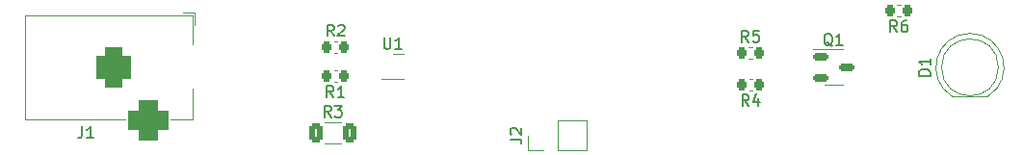
<source format=gbr>
%TF.GenerationSoftware,KiCad,Pcbnew,7.0.10*%
%TF.CreationDate,2024-11-23T20:10:39-08:00*%
%TF.ProjectId,charging-base rev1,63686172-6769-46e6-972d-626173652072,rev?*%
%TF.SameCoordinates,Original*%
%TF.FileFunction,Legend,Top*%
%TF.FilePolarity,Positive*%
%FSLAX46Y46*%
G04 Gerber Fmt 4.6, Leading zero omitted, Abs format (unit mm)*
G04 Created by KiCad (PCBNEW 7.0.10) date 2024-11-23 20:10:39*
%MOMM*%
%LPD*%
G01*
G04 APERTURE LIST*
G04 Aperture macros list*
%AMRoundRect*
0 Rectangle with rounded corners*
0 $1 Rounding radius*
0 $2 $3 $4 $5 $6 $7 $8 $9 X,Y pos of 4 corners*
0 Add a 4 corners polygon primitive as box body*
4,1,4,$2,$3,$4,$5,$6,$7,$8,$9,$2,$3,0*
0 Add four circle primitives for the rounded corners*
1,1,$1+$1,$2,$3*
1,1,$1+$1,$4,$5*
1,1,$1+$1,$6,$7*
1,1,$1+$1,$8,$9*
0 Add four rect primitives between the rounded corners*
20,1,$1+$1,$2,$3,$4,$5,0*
20,1,$1+$1,$4,$5,$6,$7,0*
20,1,$1+$1,$6,$7,$8,$9,0*
20,1,$1+$1,$8,$9,$2,$3,0*%
G04 Aperture macros list end*
%ADD10C,0.150000*%
%ADD11C,0.120000*%
%ADD12RoundRect,0.250000X-0.312500X-0.625000X0.312500X-0.625000X0.312500X0.625000X-0.312500X0.625000X0*%
%ADD13RoundRect,0.225000X0.225000X0.250000X-0.225000X0.250000X-0.225000X-0.250000X0.225000X-0.250000X0*%
%ADD14R,1.700000X1.700000*%
%ADD15O,1.700000X1.700000*%
%ADD16R,3.500000X3.500000*%
%ADD17RoundRect,0.750000X-0.750000X-1.000000X0.750000X-1.000000X0.750000X1.000000X-0.750000X1.000000X0*%
%ADD18RoundRect,0.875000X-0.875000X-0.875000X0.875000X-0.875000X0.875000X0.875000X-0.875000X0.875000X0*%
%ADD19R,1.800000X1.800000*%
%ADD20C,1.800000*%
%ADD21RoundRect,0.225000X-0.225000X-0.250000X0.225000X-0.250000X0.225000X0.250000X-0.225000X0.250000X0*%
%ADD22R,0.500000X0.300000*%
%ADD23R,1.050000X1.750000*%
%ADD24RoundRect,0.150000X-0.512500X-0.150000X0.512500X-0.150000X0.512500X0.150000X-0.512500X0.150000X0*%
G04 APERTURE END LIST*
D10*
X130083333Y-104384819D02*
X129750000Y-103908628D01*
X129511905Y-104384819D02*
X129511905Y-103384819D01*
X129511905Y-103384819D02*
X129892857Y-103384819D01*
X129892857Y-103384819D02*
X129988095Y-103432438D01*
X129988095Y-103432438D02*
X130035714Y-103480057D01*
X130035714Y-103480057D02*
X130083333Y-103575295D01*
X130083333Y-103575295D02*
X130083333Y-103718152D01*
X130083333Y-103718152D02*
X130035714Y-103813390D01*
X130035714Y-103813390D02*
X129988095Y-103861009D01*
X129988095Y-103861009D02*
X129892857Y-103908628D01*
X129892857Y-103908628D02*
X129511905Y-103908628D01*
X130416667Y-103384819D02*
X131035714Y-103384819D01*
X131035714Y-103384819D02*
X130702381Y-103765771D01*
X130702381Y-103765771D02*
X130845238Y-103765771D01*
X130845238Y-103765771D02*
X130940476Y-103813390D01*
X130940476Y-103813390D02*
X130988095Y-103861009D01*
X130988095Y-103861009D02*
X131035714Y-103956247D01*
X131035714Y-103956247D02*
X131035714Y-104194342D01*
X131035714Y-104194342D02*
X130988095Y-104289580D01*
X130988095Y-104289580D02*
X130940476Y-104337200D01*
X130940476Y-104337200D02*
X130845238Y-104384819D01*
X130845238Y-104384819D02*
X130559524Y-104384819D01*
X130559524Y-104384819D02*
X130464286Y-104337200D01*
X130464286Y-104337200D02*
X130416667Y-104289580D01*
X166808333Y-103384819D02*
X166475000Y-102908628D01*
X166236905Y-103384819D02*
X166236905Y-102384819D01*
X166236905Y-102384819D02*
X166617857Y-102384819D01*
X166617857Y-102384819D02*
X166713095Y-102432438D01*
X166713095Y-102432438D02*
X166760714Y-102480057D01*
X166760714Y-102480057D02*
X166808333Y-102575295D01*
X166808333Y-102575295D02*
X166808333Y-102718152D01*
X166808333Y-102718152D02*
X166760714Y-102813390D01*
X166760714Y-102813390D02*
X166713095Y-102861009D01*
X166713095Y-102861009D02*
X166617857Y-102908628D01*
X166617857Y-102908628D02*
X166236905Y-102908628D01*
X167665476Y-102718152D02*
X167665476Y-103384819D01*
X167427381Y-102337200D02*
X167189286Y-103051485D01*
X167189286Y-103051485D02*
X167808333Y-103051485D01*
X145834819Y-106333333D02*
X146549104Y-106333333D01*
X146549104Y-106333333D02*
X146691961Y-106380952D01*
X146691961Y-106380952D02*
X146787200Y-106476190D01*
X146787200Y-106476190D02*
X146834819Y-106619047D01*
X146834819Y-106619047D02*
X146834819Y-106714285D01*
X145930057Y-105904761D02*
X145882438Y-105857142D01*
X145882438Y-105857142D02*
X145834819Y-105761904D01*
X145834819Y-105761904D02*
X145834819Y-105523809D01*
X145834819Y-105523809D02*
X145882438Y-105428571D01*
X145882438Y-105428571D02*
X145930057Y-105380952D01*
X145930057Y-105380952D02*
X146025295Y-105333333D01*
X146025295Y-105333333D02*
X146120533Y-105333333D01*
X146120533Y-105333333D02*
X146263390Y-105380952D01*
X146263390Y-105380952D02*
X146834819Y-105952380D01*
X146834819Y-105952380D02*
X146834819Y-105333333D01*
X130333333Y-97254819D02*
X130000000Y-96778628D01*
X129761905Y-97254819D02*
X129761905Y-96254819D01*
X129761905Y-96254819D02*
X130142857Y-96254819D01*
X130142857Y-96254819D02*
X130238095Y-96302438D01*
X130238095Y-96302438D02*
X130285714Y-96350057D01*
X130285714Y-96350057D02*
X130333333Y-96445295D01*
X130333333Y-96445295D02*
X130333333Y-96588152D01*
X130333333Y-96588152D02*
X130285714Y-96683390D01*
X130285714Y-96683390D02*
X130238095Y-96731009D01*
X130238095Y-96731009D02*
X130142857Y-96778628D01*
X130142857Y-96778628D02*
X129761905Y-96778628D01*
X130714286Y-96350057D02*
X130761905Y-96302438D01*
X130761905Y-96302438D02*
X130857143Y-96254819D01*
X130857143Y-96254819D02*
X131095238Y-96254819D01*
X131095238Y-96254819D02*
X131190476Y-96302438D01*
X131190476Y-96302438D02*
X131238095Y-96350057D01*
X131238095Y-96350057D02*
X131285714Y-96445295D01*
X131285714Y-96445295D02*
X131285714Y-96540533D01*
X131285714Y-96540533D02*
X131238095Y-96683390D01*
X131238095Y-96683390D02*
X130666667Y-97254819D01*
X130666667Y-97254819D02*
X131285714Y-97254819D01*
X108216666Y-105204819D02*
X108216666Y-105919104D01*
X108216666Y-105919104D02*
X108169047Y-106061961D01*
X108169047Y-106061961D02*
X108073809Y-106157200D01*
X108073809Y-106157200D02*
X107930952Y-106204819D01*
X107930952Y-106204819D02*
X107835714Y-106204819D01*
X109216666Y-106204819D02*
X108645238Y-106204819D01*
X108930952Y-106204819D02*
X108930952Y-105204819D01*
X108930952Y-105204819D02*
X108835714Y-105347676D01*
X108835714Y-105347676D02*
X108740476Y-105442914D01*
X108740476Y-105442914D02*
X108645238Y-105490533D01*
X182744819Y-100743093D02*
X181744819Y-100743093D01*
X181744819Y-100743093D02*
X181744819Y-100504998D01*
X181744819Y-100504998D02*
X181792438Y-100362141D01*
X181792438Y-100362141D02*
X181887676Y-100266903D01*
X181887676Y-100266903D02*
X181982914Y-100219284D01*
X181982914Y-100219284D02*
X182173390Y-100171665D01*
X182173390Y-100171665D02*
X182316247Y-100171665D01*
X182316247Y-100171665D02*
X182506723Y-100219284D01*
X182506723Y-100219284D02*
X182601961Y-100266903D01*
X182601961Y-100266903D02*
X182697200Y-100362141D01*
X182697200Y-100362141D02*
X182744819Y-100504998D01*
X182744819Y-100504998D02*
X182744819Y-100743093D01*
X182744819Y-99219284D02*
X182744819Y-99790712D01*
X182744819Y-99504998D02*
X181744819Y-99504998D01*
X181744819Y-99504998D02*
X181887676Y-99600236D01*
X181887676Y-99600236D02*
X181982914Y-99695474D01*
X181982914Y-99695474D02*
X182030533Y-99790712D01*
X179833333Y-96884819D02*
X179500000Y-96408628D01*
X179261905Y-96884819D02*
X179261905Y-95884819D01*
X179261905Y-95884819D02*
X179642857Y-95884819D01*
X179642857Y-95884819D02*
X179738095Y-95932438D01*
X179738095Y-95932438D02*
X179785714Y-95980057D01*
X179785714Y-95980057D02*
X179833333Y-96075295D01*
X179833333Y-96075295D02*
X179833333Y-96218152D01*
X179833333Y-96218152D02*
X179785714Y-96313390D01*
X179785714Y-96313390D02*
X179738095Y-96361009D01*
X179738095Y-96361009D02*
X179642857Y-96408628D01*
X179642857Y-96408628D02*
X179261905Y-96408628D01*
X180690476Y-95884819D02*
X180500000Y-95884819D01*
X180500000Y-95884819D02*
X180404762Y-95932438D01*
X180404762Y-95932438D02*
X180357143Y-95980057D01*
X180357143Y-95980057D02*
X180261905Y-96122914D01*
X180261905Y-96122914D02*
X180214286Y-96313390D01*
X180214286Y-96313390D02*
X180214286Y-96694342D01*
X180214286Y-96694342D02*
X180261905Y-96789580D01*
X180261905Y-96789580D02*
X180309524Y-96837200D01*
X180309524Y-96837200D02*
X180404762Y-96884819D01*
X180404762Y-96884819D02*
X180595238Y-96884819D01*
X180595238Y-96884819D02*
X180690476Y-96837200D01*
X180690476Y-96837200D02*
X180738095Y-96789580D01*
X180738095Y-96789580D02*
X180785714Y-96694342D01*
X180785714Y-96694342D02*
X180785714Y-96456247D01*
X180785714Y-96456247D02*
X180738095Y-96361009D01*
X180738095Y-96361009D02*
X180690476Y-96313390D01*
X180690476Y-96313390D02*
X180595238Y-96265771D01*
X180595238Y-96265771D02*
X180404762Y-96265771D01*
X180404762Y-96265771D02*
X180309524Y-96313390D01*
X180309524Y-96313390D02*
X180261905Y-96361009D01*
X180261905Y-96361009D02*
X180214286Y-96456247D01*
X130308333Y-102634819D02*
X129975000Y-102158628D01*
X129736905Y-102634819D02*
X129736905Y-101634819D01*
X129736905Y-101634819D02*
X130117857Y-101634819D01*
X130117857Y-101634819D02*
X130213095Y-101682438D01*
X130213095Y-101682438D02*
X130260714Y-101730057D01*
X130260714Y-101730057D02*
X130308333Y-101825295D01*
X130308333Y-101825295D02*
X130308333Y-101968152D01*
X130308333Y-101968152D02*
X130260714Y-102063390D01*
X130260714Y-102063390D02*
X130213095Y-102111009D01*
X130213095Y-102111009D02*
X130117857Y-102158628D01*
X130117857Y-102158628D02*
X129736905Y-102158628D01*
X131260714Y-102634819D02*
X130689286Y-102634819D01*
X130975000Y-102634819D02*
X130975000Y-101634819D01*
X130975000Y-101634819D02*
X130879762Y-101777676D01*
X130879762Y-101777676D02*
X130784524Y-101872914D01*
X130784524Y-101872914D02*
X130689286Y-101920533D01*
X166783333Y-97774819D02*
X166450000Y-97298628D01*
X166211905Y-97774819D02*
X166211905Y-96774819D01*
X166211905Y-96774819D02*
X166592857Y-96774819D01*
X166592857Y-96774819D02*
X166688095Y-96822438D01*
X166688095Y-96822438D02*
X166735714Y-96870057D01*
X166735714Y-96870057D02*
X166783333Y-96965295D01*
X166783333Y-96965295D02*
X166783333Y-97108152D01*
X166783333Y-97108152D02*
X166735714Y-97203390D01*
X166735714Y-97203390D02*
X166688095Y-97251009D01*
X166688095Y-97251009D02*
X166592857Y-97298628D01*
X166592857Y-97298628D02*
X166211905Y-97298628D01*
X167688095Y-96774819D02*
X167211905Y-96774819D01*
X167211905Y-96774819D02*
X167164286Y-97251009D01*
X167164286Y-97251009D02*
X167211905Y-97203390D01*
X167211905Y-97203390D02*
X167307143Y-97155771D01*
X167307143Y-97155771D02*
X167545238Y-97155771D01*
X167545238Y-97155771D02*
X167640476Y-97203390D01*
X167640476Y-97203390D02*
X167688095Y-97251009D01*
X167688095Y-97251009D02*
X167735714Y-97346247D01*
X167735714Y-97346247D02*
X167735714Y-97584342D01*
X167735714Y-97584342D02*
X167688095Y-97679580D01*
X167688095Y-97679580D02*
X167640476Y-97727200D01*
X167640476Y-97727200D02*
X167545238Y-97774819D01*
X167545238Y-97774819D02*
X167307143Y-97774819D01*
X167307143Y-97774819D02*
X167211905Y-97727200D01*
X167211905Y-97727200D02*
X167164286Y-97679580D01*
X134738095Y-97392319D02*
X134738095Y-98201842D01*
X134738095Y-98201842D02*
X134785714Y-98297080D01*
X134785714Y-98297080D02*
X134833333Y-98344700D01*
X134833333Y-98344700D02*
X134928571Y-98392319D01*
X134928571Y-98392319D02*
X135119047Y-98392319D01*
X135119047Y-98392319D02*
X135214285Y-98344700D01*
X135214285Y-98344700D02*
X135261904Y-98297080D01*
X135261904Y-98297080D02*
X135309523Y-98201842D01*
X135309523Y-98201842D02*
X135309523Y-97392319D01*
X136309523Y-98392319D02*
X135738095Y-98392319D01*
X136023809Y-98392319D02*
X136023809Y-97392319D01*
X136023809Y-97392319D02*
X135928571Y-97535176D01*
X135928571Y-97535176D02*
X135833333Y-97630414D01*
X135833333Y-97630414D02*
X135738095Y-97678033D01*
X174154761Y-98150057D02*
X174059523Y-98102438D01*
X174059523Y-98102438D02*
X173964285Y-98007200D01*
X173964285Y-98007200D02*
X173821428Y-97864342D01*
X173821428Y-97864342D02*
X173726190Y-97816723D01*
X173726190Y-97816723D02*
X173630952Y-97816723D01*
X173678571Y-98054819D02*
X173583333Y-98007200D01*
X173583333Y-98007200D02*
X173488095Y-97911961D01*
X173488095Y-97911961D02*
X173440476Y-97721485D01*
X173440476Y-97721485D02*
X173440476Y-97388152D01*
X173440476Y-97388152D02*
X173488095Y-97197676D01*
X173488095Y-97197676D02*
X173583333Y-97102438D01*
X173583333Y-97102438D02*
X173678571Y-97054819D01*
X173678571Y-97054819D02*
X173869047Y-97054819D01*
X173869047Y-97054819D02*
X173964285Y-97102438D01*
X173964285Y-97102438D02*
X174059523Y-97197676D01*
X174059523Y-97197676D02*
X174107142Y-97388152D01*
X174107142Y-97388152D02*
X174107142Y-97721485D01*
X174107142Y-97721485D02*
X174059523Y-97911961D01*
X174059523Y-97911961D02*
X173964285Y-98007200D01*
X173964285Y-98007200D02*
X173869047Y-98054819D01*
X173869047Y-98054819D02*
X173678571Y-98054819D01*
X175059523Y-98054819D02*
X174488095Y-98054819D01*
X174773809Y-98054819D02*
X174773809Y-97054819D01*
X174773809Y-97054819D02*
X174678571Y-97197676D01*
X174678571Y-97197676D02*
X174583333Y-97292914D01*
X174583333Y-97292914D02*
X174488095Y-97340533D01*
D11*
%TO.C,R3*%
X129522936Y-104840000D02*
X130977064Y-104840000D01*
X129522936Y-106660000D02*
X130977064Y-106660000D01*
%TO.C,R4*%
X167115580Y-102010000D02*
X166834420Y-102010000D01*
X167115580Y-100990000D02*
X166834420Y-100990000D01*
%TO.C,J2*%
X147380000Y-107330000D02*
X147380000Y-106000000D01*
X148710000Y-107330000D02*
X147380000Y-107330000D01*
X149980000Y-107330000D02*
X152580000Y-107330000D01*
X149980000Y-107330000D02*
X149980000Y-104670000D01*
X152580000Y-107330000D02*
X152580000Y-104670000D01*
X149980000Y-104670000D02*
X152580000Y-104670000D01*
%TO.C,R2*%
X130615579Y-98750001D02*
X130334419Y-98750001D01*
X130615579Y-97730001D02*
X130334419Y-97730001D01*
%TO.C,J1*%
X103200000Y-95400000D02*
X117900000Y-95400000D01*
X103200000Y-104600000D02*
X103200000Y-95400000D01*
X112000000Y-104600000D02*
X103200000Y-104600000D01*
X117050000Y-95200000D02*
X118100000Y-95200000D01*
X117900000Y-95400000D02*
X117900000Y-98000000D01*
X117900000Y-101900000D02*
X117900000Y-104600000D01*
X117900000Y-104600000D02*
X116000000Y-104600000D01*
X118100000Y-96250000D02*
X118100000Y-95200000D01*
%TO.C,D1*%
X184705000Y-102564999D02*
X187795000Y-102564999D01*
X186250462Y-97015000D02*
G75*
G03*
X184705170Y-102564998I-462J-2989999D01*
G01*
X187794830Y-102564999D02*
G75*
G03*
X186249538Y-97014999I-1544830J2560000D01*
G01*
X188750000Y-100004999D02*
G75*
G03*
X183750000Y-100004999I-2500000J0D01*
G01*
X183750000Y-100004999D02*
G75*
G03*
X188750000Y-100004999I2500000J0D01*
G01*
%TO.C,R6*%
X180140580Y-95510000D02*
X179859420Y-95510000D01*
X180140580Y-94490000D02*
X179859420Y-94490000D01*
%TO.C,R1*%
X130615580Y-101260000D02*
X130334420Y-101260000D01*
X130615580Y-100240000D02*
X130334420Y-100240000D01*
%TO.C,R5*%
X166809420Y-98240000D02*
X167090580Y-98240000D01*
X166809420Y-99260000D02*
X167090580Y-99260000D01*
%TO.C,U1*%
X134500000Y-101037500D02*
X136500000Y-101037500D01*
X135500000Y-98837500D02*
X136500000Y-98837500D01*
%TO.C,Q1*%
X174250000Y-98440000D02*
X172450000Y-98440000D01*
X174250000Y-98440000D02*
X175050000Y-98440000D01*
X174250000Y-101560000D02*
X173450000Y-101560000D01*
X174250000Y-101560000D02*
X175050000Y-101560000D01*
%TD*%
%LPC*%
D12*
%TO.C,R3*%
X128787500Y-105750000D03*
X131712500Y-105750000D03*
%TD*%
D13*
%TO.C,R4*%
X167750000Y-101500000D03*
X166200000Y-101500000D03*
%TD*%
D14*
%TO.C,J2*%
X148710000Y-106000000D03*
D15*
X151250000Y-106000000D03*
%TD*%
D13*
%TO.C,R2*%
X131249999Y-98240001D03*
X129699999Y-98240001D03*
%TD*%
D16*
%TO.C,J1*%
X117000000Y-100000000D03*
D17*
X111000000Y-100000000D03*
D18*
X114000000Y-104700000D03*
%TD*%
D19*
%TO.C,D1*%
X186250000Y-101274999D03*
D20*
X186250000Y-98734999D03*
%TD*%
D13*
%TO.C,R6*%
X180775000Y-95000000D03*
X179225000Y-95000000D03*
%TD*%
%TO.C,R1*%
X131250000Y-100750000D03*
X129700000Y-100750000D03*
%TD*%
D21*
%TO.C,R5*%
X166175000Y-98750000D03*
X167725000Y-98750000D03*
%TD*%
D22*
%TO.C,U1*%
X134600000Y-99187500D03*
X134600000Y-99687500D03*
X134600000Y-100187500D03*
X134600000Y-100687500D03*
X136400000Y-100687500D03*
X136400000Y-100187500D03*
X136400000Y-99687500D03*
X136400000Y-99187500D03*
D23*
X135500000Y-99937500D03*
%TD*%
D24*
%TO.C,Q1*%
X175387500Y-100000000D03*
X173112500Y-99050000D03*
X173112500Y-100950000D03*
%TD*%
%LPD*%
M02*

</source>
